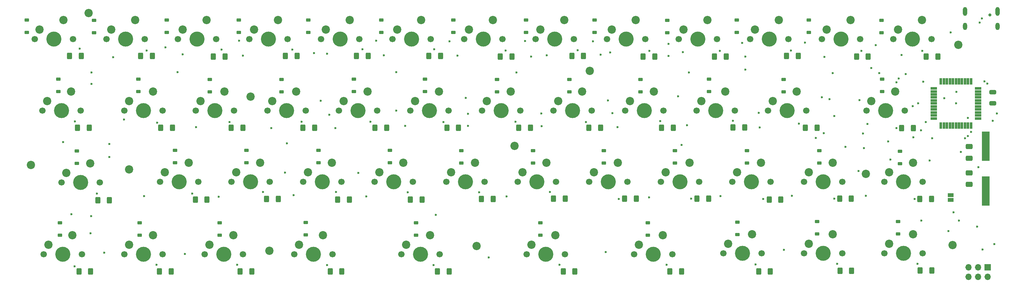
<source format=gbr>
%TF.GenerationSoftware,KiCad,Pcbnew,8.0.8-8.0.8-0~ubuntu24.04.1*%
%TF.CreationDate,2025-01-23T16:14:34-05:00*%
%TF.ProjectId,40 Keyboard,3430204b-6579-4626-9f61-72642e6b6963,4*%
%TF.SameCoordinates,Original*%
%TF.FileFunction,Soldermask,Bot*%
%TF.FilePolarity,Negative*%
%FSLAX46Y46*%
G04 Gerber Fmt 4.6, Leading zero omitted, Abs format (unit mm)*
G04 Created by KiCad (PCBNEW 8.0.8-8.0.8-0~ubuntu24.04.1) date 2025-01-23 16:14:34*
%MOMM*%
%LPD*%
G01*
G04 APERTURE LIST*
G04 Aperture macros list*
%AMRoundRect*
0 Rectangle with rounded corners*
0 $1 Rounding radius*
0 $2 $3 $4 $5 $6 $7 $8 $9 X,Y pos of 4 corners*
0 Add a 4 corners polygon primitive as box body*
4,1,4,$2,$3,$4,$5,$6,$7,$8,$9,$2,$3,0*
0 Add four circle primitives for the rounded corners*
1,1,$1+$1,$2,$3*
1,1,$1+$1,$4,$5*
1,1,$1+$1,$6,$7*
1,1,$1+$1,$8,$9*
0 Add four rect primitives between the rounded corners*
20,1,$1+$1,$2,$3,$4,$5,0*
20,1,$1+$1,$4,$5,$6,$7,0*
20,1,$1+$1,$6,$7,$8,$9,0*
20,1,$1+$1,$8,$9,$2,$3,0*%
G04 Aperture macros list end*
%ADD10C,1.700000*%
%ADD11C,4.000000*%
%ADD12C,2.200000*%
%ADD13O,1.152400X2.352400*%
%ADD14O,1.152400X1.952400*%
%ADD15R,1.700000X1.700000*%
%ADD16O,1.700000X1.700000*%
%ADD17RoundRect,0.225000X-0.375000X0.225000X-0.375000X-0.225000X0.375000X-0.225000X0.375000X0.225000X0*%
%ADD18RoundRect,0.250000X-0.400000X-0.625000X0.400000X-0.625000X0.400000X0.625000X-0.400000X0.625000X0*%
%ADD19RoundRect,0.250000X0.400000X0.625000X-0.400000X0.625000X-0.400000X-0.625000X0.400000X-0.625000X0*%
%ADD20RoundRect,0.225000X0.375000X-0.225000X0.375000X0.225000X-0.375000X0.225000X-0.375000X-0.225000X0*%
%ADD21R,2.000000X7.875000*%
%ADD22RoundRect,0.250000X-0.650000X0.412500X-0.650000X-0.412500X0.650000X-0.412500X0.650000X0.412500X0*%
%ADD23RoundRect,0.250000X0.650000X-0.325000X0.650000X0.325000X-0.650000X0.325000X-0.650000X-0.325000X0*%
%ADD24RoundRect,0.102000X0.750000X0.250000X-0.750000X0.250000X-0.750000X-0.250000X0.750000X-0.250000X0*%
%ADD25RoundRect,0.102000X0.250000X0.750000X-0.250000X0.750000X-0.250000X-0.750000X0.250000X-0.750000X0*%
%ADD26R,1.500000X1.000000*%
%ADD27RoundRect,0.250000X0.650000X-0.412500X0.650000X0.412500X-0.650000X0.412500X-0.650000X-0.412500X0*%
%ADD28C,0.600000*%
%ADD29C,0.800000*%
G04 APERTURE END LIST*
D10*
%TO.C,SW8*%
X153870000Y-78000000D03*
D11*
X158950000Y-78000000D03*
D10*
X164030000Y-78000000D03*
D12*
X161490000Y-72920000D03*
X155140000Y-75460000D03*
%TD*%
D10*
%TO.C,SW42*%
X179995000Y-135250000D03*
D11*
X185075000Y-135250000D03*
D10*
X190155000Y-135250000D03*
D12*
X187615000Y-130170000D03*
X181265000Y-132710000D03*
%TD*%
D10*
%TO.C,SW6*%
X115870000Y-78000000D03*
D11*
X120950000Y-78000000D03*
D10*
X126030000Y-78000000D03*
D12*
X123490000Y-72920000D03*
X117140000Y-75460000D03*
%TD*%
D10*
%TO.C,SW41*%
X118245000Y-135250000D03*
D11*
X123325000Y-135250000D03*
D10*
X128405000Y-135250000D03*
D12*
X125865000Y-130170000D03*
X119515000Y-132710000D03*
%TD*%
D10*
%TO.C,SW31*%
X149120000Y-116000000D03*
D11*
X154200000Y-116000000D03*
D10*
X159280000Y-116000000D03*
D12*
X156740000Y-110920000D03*
X150390000Y-113460000D03*
%TD*%
D10*
%TO.C,SW20*%
X158620000Y-97000000D03*
D11*
X163700000Y-97000000D03*
D10*
X168780000Y-97000000D03*
D12*
X166240000Y-91920000D03*
X159890000Y-94460000D03*
%TD*%
D10*
%TO.C,SW19*%
X139620000Y-97000000D03*
D11*
X144700000Y-97000000D03*
D10*
X149780000Y-97000000D03*
D12*
X147240000Y-91920000D03*
X140890000Y-94460000D03*
%TD*%
D10*
%TO.C,SW44*%
X248870000Y-78000000D03*
D11*
X253950000Y-78000000D03*
D10*
X259030000Y-78000000D03*
D12*
X256490000Y-72920000D03*
X250140000Y-75460000D03*
%TD*%
%TO.C,REF\u002A\u002A*%
X168300000Y-86400000D03*
%TD*%
D10*
%TO.C,SW24*%
X241745000Y-97000000D03*
D11*
X246825000Y-97000000D03*
D10*
X251905000Y-97000000D03*
D12*
X249365000Y-91920000D03*
X243015000Y-94460000D03*
%TD*%
D10*
%TO.C,SW21*%
X177620000Y-97000000D03*
D11*
X182700000Y-97000000D03*
D10*
X187780000Y-97000000D03*
D12*
X185240000Y-91920000D03*
X178890000Y-94460000D03*
%TD*%
D10*
%TO.C,SW34*%
X206120000Y-116000000D03*
D11*
X211200000Y-116000000D03*
D10*
X216280000Y-116000000D03*
D12*
X213740000Y-110920000D03*
X207390000Y-113460000D03*
%TD*%
D10*
%TO.C,SW15*%
X63620000Y-97000000D03*
D11*
X68700000Y-97000000D03*
D10*
X73780000Y-97000000D03*
D12*
X71240000Y-91920000D03*
X64890000Y-94460000D03*
%TD*%
D10*
%TO.C,SW13*%
X22920000Y-97000000D03*
D11*
X28000000Y-97000000D03*
D10*
X33080000Y-97000000D03*
D12*
X30540000Y-91920000D03*
X24190000Y-94460000D03*
%TD*%
D10*
%TO.C,SW12*%
X229870000Y-78000000D03*
D11*
X234950000Y-78000000D03*
D10*
X240030000Y-78000000D03*
D12*
X237490000Y-72920000D03*
X231140000Y-75460000D03*
%TD*%
%TO.C,REF\u002A\u002A*%
X78200000Y-93300000D03*
%TD*%
D10*
%TO.C,SW17*%
X101620000Y-97000000D03*
D11*
X106700000Y-97000000D03*
D10*
X111780000Y-97000000D03*
D12*
X109240000Y-91920000D03*
X102890000Y-94460000D03*
%TD*%
D10*
%TO.C,SW38*%
X44620000Y-135250000D03*
D11*
X49700000Y-135250000D03*
D10*
X54780000Y-135250000D03*
D12*
X52240000Y-130170000D03*
X45890000Y-132710000D03*
%TD*%
%TO.C,REF\u002A\u002A*%
X19800000Y-111500000D03*
%TD*%
D10*
%TO.C,SW46*%
X203745000Y-135000000D03*
D11*
X208825000Y-135000000D03*
D10*
X213905000Y-135000000D03*
D12*
X211365000Y-129920000D03*
X205015000Y-132460000D03*
%TD*%
D10*
%TO.C,SW45*%
X225120000Y-135000000D03*
D11*
X230200000Y-135000000D03*
D10*
X235280000Y-135000000D03*
D12*
X232740000Y-129920000D03*
X226390000Y-132460000D03*
%TD*%
D10*
%TO.C,SW35*%
X225120000Y-116000000D03*
D11*
X230200000Y-116000000D03*
D10*
X235280000Y-116000000D03*
D12*
X232740000Y-110920000D03*
X226390000Y-113460000D03*
%TD*%
D10*
%TO.C,SW48*%
X246495000Y-135000000D03*
D11*
X251575000Y-135000000D03*
D10*
X256655000Y-135000000D03*
D12*
X254115000Y-129920000D03*
X247765000Y-132460000D03*
%TD*%
D10*
%TO.C,SW39*%
X65995000Y-135250000D03*
D11*
X71075000Y-135250000D03*
D10*
X76155000Y-135250000D03*
D12*
X73615000Y-130170000D03*
X67265000Y-132710000D03*
%TD*%
%TO.C,REF\u002A\u002A*%
X241600000Y-113900000D03*
%TD*%
D10*
%TO.C,SW18*%
X120620000Y-97000000D03*
D11*
X125700000Y-97000000D03*
D10*
X130780000Y-97000000D03*
D12*
X128240000Y-91920000D03*
X121890000Y-94460000D03*
%TD*%
D10*
%TO.C,SW11*%
X210870000Y-78000000D03*
D11*
X215950000Y-78000000D03*
D10*
X221030000Y-78000000D03*
D12*
X218490000Y-72920000D03*
X212140000Y-75460000D03*
%TD*%
D10*
%TO.C,SW33*%
X187120000Y-116000000D03*
D11*
X192200000Y-116000000D03*
D10*
X197280000Y-116000000D03*
D12*
X194740000Y-110920000D03*
X188390000Y-113460000D03*
%TD*%
D10*
%TO.C,SW9*%
X172870000Y-78000000D03*
D11*
X177950000Y-78000000D03*
D10*
X183030000Y-78000000D03*
D12*
X180490000Y-72920000D03*
X174140000Y-75460000D03*
%TD*%
D10*
%TO.C,SW10*%
X191870000Y-78000000D03*
D11*
X196950000Y-78000000D03*
D10*
X202030000Y-78000000D03*
D12*
X199490000Y-72920000D03*
X193140000Y-75460000D03*
%TD*%
D10*
%TO.C,SW36*%
X246495000Y-116000000D03*
D11*
X251575000Y-116000000D03*
D10*
X256655000Y-116000000D03*
D12*
X254115000Y-110920000D03*
X247765000Y-113460000D03*
%TD*%
D10*
%TO.C,SW40*%
X89745000Y-135250000D03*
D11*
X94825000Y-135250000D03*
D10*
X99905000Y-135250000D03*
D12*
X97365000Y-130170000D03*
X91015000Y-132710000D03*
%TD*%
%TO.C,REF\u002A\u002A*%
X148300000Y-106400000D03*
%TD*%
D10*
%TO.C,SW5*%
X96870000Y-78000000D03*
D11*
X101950000Y-78000000D03*
D10*
X107030000Y-78000000D03*
D12*
X104490000Y-72920000D03*
X98140000Y-75460000D03*
%TD*%
D10*
%TO.C,SW14*%
X44620000Y-97025000D03*
D11*
X49700000Y-97025000D03*
D10*
X54780000Y-97025000D03*
D12*
X52240000Y-91945000D03*
X45890000Y-94485000D03*
%TD*%
D10*
%TO.C,SW32*%
X168120000Y-116000000D03*
D11*
X173200000Y-116000000D03*
D10*
X178280000Y-116000000D03*
D12*
X175740000Y-110920000D03*
X169390000Y-113460000D03*
%TD*%
%TO.C,REF\u002A\u002A*%
X83200000Y-134400000D03*
%TD*%
D10*
%TO.C,SW27*%
X73120000Y-116000000D03*
D11*
X78200000Y-116000000D03*
D10*
X83280000Y-116000000D03*
D12*
X80740000Y-110920000D03*
X74390000Y-113460000D03*
%TD*%
%TO.C,REF\u002A\u002A*%
X35200000Y-71000000D03*
%TD*%
D10*
%TO.C,SW7*%
X134870000Y-78000000D03*
D11*
X139950000Y-78000000D03*
D10*
X145030000Y-78000000D03*
D12*
X142490000Y-72920000D03*
X136140000Y-75460000D03*
%TD*%
D10*
%TO.C,SW29*%
X111120000Y-116000000D03*
D11*
X116200000Y-116000000D03*
D10*
X121280000Y-116000000D03*
D12*
X118740000Y-110920000D03*
X112390000Y-113460000D03*
%TD*%
%TO.C,REF\u002A\u002A*%
X266100000Y-79500000D03*
%TD*%
D10*
%TO.C,SW25*%
X27995000Y-116150000D03*
D11*
X33075000Y-116150000D03*
D10*
X38155000Y-116150000D03*
D12*
X35615000Y-111070000D03*
X29265000Y-113610000D03*
%TD*%
%TO.C,REF\u002A\u002A*%
X264600000Y-132800000D03*
%TD*%
D10*
%TO.C,SW2*%
X39870000Y-78000000D03*
D11*
X44950000Y-78000000D03*
D10*
X50030000Y-78000000D03*
D12*
X47490000Y-72920000D03*
X41140000Y-75460000D03*
%TD*%
D10*
%TO.C,SW28*%
X92120000Y-116000000D03*
D11*
X97200000Y-116000000D03*
D10*
X102280000Y-116000000D03*
D12*
X99740000Y-110920000D03*
X93390000Y-113460000D03*
%TD*%
D10*
%TO.C,SW23*%
X215620000Y-97000000D03*
D11*
X220700000Y-97000000D03*
D10*
X225780000Y-97000000D03*
D12*
X223240000Y-91920000D03*
X216890000Y-94460000D03*
%TD*%
D10*
%TO.C,SW3*%
X58870000Y-78000000D03*
D11*
X63950000Y-78000000D03*
D10*
X69030000Y-78000000D03*
D12*
X66490000Y-72920000D03*
X60140000Y-75460000D03*
%TD*%
D13*
%TO.C,J1*%
X276520000Y-70575000D03*
X267880000Y-70575000D03*
D14*
X276520000Y-74575000D03*
X267880000Y-74575000D03*
%TD*%
D10*
%TO.C,SW4*%
X77870000Y-78000000D03*
D11*
X82950000Y-78000000D03*
D10*
X88030000Y-78000000D03*
D12*
X85490000Y-72920000D03*
X79140000Y-75460000D03*
%TD*%
%TO.C,REF\u002A\u002A*%
X45900000Y-112700000D03*
%TD*%
D10*
%TO.C,SW22*%
X196620000Y-97000000D03*
D11*
X201700000Y-97000000D03*
D10*
X206780000Y-97000000D03*
D12*
X204240000Y-91920000D03*
X197890000Y-94460000D03*
%TD*%
D15*
%TO.C,U1*%
X273900000Y-138800000D03*
D16*
X273900000Y-141340000D03*
X271360000Y-138800000D03*
X271360000Y-141340000D03*
X268820000Y-138800000D03*
X268820000Y-141340000D03*
%TD*%
D12*
%TO.C,REF\u002A\u002A*%
X138200000Y-133100000D03*
%TD*%
D10*
%TO.C,SW1*%
X20870000Y-78000000D03*
D11*
X25950000Y-78000000D03*
D10*
X31030000Y-78000000D03*
D12*
X28490000Y-72920000D03*
X22140000Y-75460000D03*
%TD*%
D10*
%TO.C,SW43*%
X151495000Y-135250000D03*
D11*
X156575000Y-135250000D03*
D10*
X161655000Y-135250000D03*
D12*
X159115000Y-130170000D03*
X152765000Y-132710000D03*
%TD*%
D10*
%TO.C,SW16*%
X82620000Y-97000000D03*
D11*
X87700000Y-97000000D03*
D10*
X92780000Y-97000000D03*
D12*
X90240000Y-91920000D03*
X83890000Y-94460000D03*
%TD*%
D10*
%TO.C,SW30*%
X130120000Y-116000000D03*
D11*
X135200000Y-116000000D03*
D10*
X140280000Y-116000000D03*
D12*
X137740000Y-110920000D03*
X131390000Y-113460000D03*
%TD*%
D10*
%TO.C,SW37*%
X23245000Y-135250000D03*
D11*
X28325000Y-135250000D03*
D10*
X33405000Y-135250000D03*
D12*
X30865000Y-130170000D03*
X24515000Y-132710000D03*
%TD*%
D10*
%TO.C,SW26*%
X54120000Y-116000000D03*
D11*
X59200000Y-116000000D03*
D10*
X64280000Y-116000000D03*
D12*
X61740000Y-110920000D03*
X55390000Y-113460000D03*
%TD*%
D17*
%TO.C,D32*%
X153200000Y-107700000D03*
X153200000Y-111000000D03*
%TD*%
%TO.C,D37*%
X250600000Y-107900000D03*
X250600000Y-111200000D03*
%TD*%
D18*
%TO.C,R10*%
X182400000Y-82600000D03*
X185500000Y-82600000D03*
%TD*%
D17*
%TO.C,D25*%
X245900000Y-88600000D03*
X245900000Y-91900000D03*
%TD*%
%TO.C,D1*%
X250100000Y-126600000D03*
X250100000Y-129900000D03*
%TD*%
D19*
%TO.C,R25*%
X152500000Y-101600000D03*
X149400000Y-101600000D03*
%TD*%
D17*
%TO.C,D24*%
X219700000Y-88700000D03*
X219700000Y-92000000D03*
%TD*%
D19*
%TO.C,R30*%
X254200000Y-101700000D03*
X251100000Y-101700000D03*
%TD*%
D20*
%TO.C,D10*%
X169500000Y-76200000D03*
X169500000Y-72900000D03*
%TD*%
D19*
%TO.C,R49*%
X192600000Y-139900000D03*
X189500000Y-139900000D03*
%TD*%
D20*
%TO.C,D3*%
X36600000Y-76300000D03*
X36600000Y-73000000D03*
%TD*%
%TO.C,D6*%
X93500000Y-76200000D03*
X93500000Y-72900000D03*
%TD*%
D19*
%TO.C,R24*%
X133400000Y-101600000D03*
X130300000Y-101600000D03*
%TD*%
D20*
%TO.C,D9*%
X151300000Y-76200000D03*
X151300000Y-72900000D03*
%TD*%
D18*
%TO.C,R13*%
X239100000Y-82600000D03*
X242200000Y-82600000D03*
%TD*%
D21*
%TO.C,Y1*%
X273400000Y-106525000D03*
X273400000Y-118400000D03*
%TD*%
D17*
%TO.C,D47*%
X207500000Y-126700000D03*
X207500000Y-130000000D03*
%TD*%
%TO.C,D40*%
X70000000Y-126900000D03*
X70000000Y-130200000D03*
%TD*%
D18*
%TO.C,R5*%
X87400000Y-82500000D03*
X90500000Y-82500000D03*
%TD*%
D17*
%TO.C,D16*%
X67300000Y-88700000D03*
X67300000Y-92000000D03*
%TD*%
D19*
%TO.C,R39*%
X199800000Y-120500000D03*
X196700000Y-120500000D03*
%TD*%
D17*
%TO.C,D30*%
X115200000Y-107600000D03*
X115200000Y-110900000D03*
%TD*%
D18*
%TO.C,R9*%
X163500000Y-82500000D03*
X166600000Y-82500000D03*
%TD*%
D19*
%TO.C,R51*%
X237800000Y-139700000D03*
X234700000Y-139700000D03*
%TD*%
%TO.C,R15*%
X35300000Y-101600000D03*
X32200000Y-101600000D03*
%TD*%
D17*
%TO.C,D36*%
X229200000Y-107700000D03*
X229200000Y-111000000D03*
%TD*%
%TO.C,D39*%
X48700000Y-126900000D03*
X48700000Y-130200000D03*
%TD*%
%TO.C,D43*%
X183700000Y-126900000D03*
X183700000Y-130200000D03*
%TD*%
D19*
%TO.C,R21*%
X76100000Y-101600000D03*
X73000000Y-101600000D03*
%TD*%
D18*
%TO.C,R12*%
X220500000Y-82500000D03*
X223600000Y-82500000D03*
%TD*%
%TO.C,R4*%
X68300000Y-82600000D03*
X71400000Y-82600000D03*
%TD*%
D17*
%TO.C,D27*%
X58100000Y-107600000D03*
X58100000Y-110900000D03*
%TD*%
%TO.C,D18*%
X105600000Y-88600000D03*
X105600000Y-91900000D03*
%TD*%
D20*
%TO.C,D13*%
X226400000Y-76200000D03*
X226400000Y-72900000D03*
%TD*%
D18*
%TO.C,R2*%
X30100000Y-82500000D03*
X33200000Y-82500000D03*
%TD*%
%TO.C,R7*%
X125500000Y-82500000D03*
X128600000Y-82500000D03*
%TD*%
D20*
%TO.C,D5*%
X75000000Y-76200000D03*
X75000000Y-72900000D03*
%TD*%
%TO.C,D4*%
X55900000Y-76200000D03*
X55900000Y-72900000D03*
%TD*%
D18*
%TO.C,R11*%
X201400000Y-82600000D03*
X204500000Y-82600000D03*
%TD*%
D19*
%TO.C,R37*%
X161700000Y-120500000D03*
X158600000Y-120500000D03*
%TD*%
D22*
%TO.C,C6*%
X269000000Y-106600000D03*
X269000000Y-109725000D03*
%TD*%
D18*
%TO.C,R3*%
X49000000Y-82500000D03*
X52100000Y-82500000D03*
%TD*%
D17*
%TO.C,D38*%
X27500000Y-126900000D03*
X27500000Y-130200000D03*
%TD*%
%TO.C,D19*%
X124500000Y-88600000D03*
X124500000Y-91900000D03*
%TD*%
%TO.C,D28*%
X77100000Y-107600000D03*
X77100000Y-110900000D03*
%TD*%
D19*
%TO.C,R46*%
X102400000Y-139900000D03*
X99300000Y-139900000D03*
%TD*%
D18*
%TO.C,R6*%
X106300000Y-82500000D03*
X109400000Y-82500000D03*
%TD*%
D17*
%TO.C,D23*%
X199900000Y-88600000D03*
X199900000Y-91900000D03*
%TD*%
D19*
%TO.C,R50*%
X216200000Y-139900000D03*
X213100000Y-139900000D03*
%TD*%
%TO.C,R44*%
X57100000Y-139900000D03*
X54000000Y-139900000D03*
%TD*%
D17*
%TO.C,D42*%
X122100000Y-126900000D03*
X122100000Y-130200000D03*
%TD*%
D19*
%TO.C,R47*%
X130900000Y-139900000D03*
X127800000Y-139900000D03*
%TD*%
D23*
%TO.C,C7*%
X275300000Y-95100000D03*
X275300000Y-92150000D03*
%TD*%
D17*
%TO.C,D44*%
X155100000Y-126900000D03*
X155100000Y-130200000D03*
%TD*%
D19*
%TO.C,R40*%
X219000000Y-120700000D03*
X215900000Y-120700000D03*
%TD*%
D17*
%TO.C,D46*%
X228600000Y-126600000D03*
X228600000Y-129900000D03*
%TD*%
%TO.C,D29*%
X96200000Y-107600000D03*
X96200000Y-110900000D03*
%TD*%
D19*
%TO.C,R32*%
X66600000Y-120700000D03*
X63500000Y-120700000D03*
%TD*%
D17*
%TO.C,D31*%
X134100000Y-107700000D03*
X134100000Y-111000000D03*
%TD*%
%TO.C,D41*%
X92800000Y-126800000D03*
X92800000Y-130100000D03*
%TD*%
D19*
%TO.C,R42*%
X259000000Y-120600000D03*
X255900000Y-120600000D03*
%TD*%
%TO.C,R26*%
X171100000Y-101600000D03*
X168000000Y-101600000D03*
%TD*%
D20*
%TO.C,D2*%
X18700000Y-76200000D03*
X18700000Y-72900000D03*
%TD*%
D19*
%TO.C,R33*%
X85500000Y-120600000D03*
X82400000Y-120600000D03*
%TD*%
%TO.C,R1*%
X259100000Y-139600000D03*
X256000000Y-139600000D03*
%TD*%
%TO.C,R45*%
X78500000Y-139900000D03*
X75400000Y-139900000D03*
%TD*%
D17*
%TO.C,D35*%
X210000000Y-107700000D03*
X210000000Y-111000000D03*
%TD*%
%TO.C,D14*%
X27100000Y-88600000D03*
X27100000Y-91900000D03*
%TD*%
D19*
%TO.C,R38*%
X180600000Y-120500000D03*
X177500000Y-120500000D03*
%TD*%
D20*
%TO.C,D11*%
X188800000Y-76300000D03*
X188800000Y-73000000D03*
%TD*%
D19*
%TO.C,R34*%
X104400000Y-120700000D03*
X101300000Y-120700000D03*
%TD*%
D17*
%TO.C,D22*%
X181700000Y-88700000D03*
X181700000Y-92000000D03*
%TD*%
%TO.C,D33*%
X172000000Y-107700000D03*
X172000000Y-111000000D03*
%TD*%
D19*
%TO.C,R28*%
X209400000Y-101500000D03*
X206300000Y-101500000D03*
%TD*%
%TO.C,R31*%
X40700000Y-120900000D03*
X37600000Y-120900000D03*
%TD*%
D20*
%TO.C,D7*%
X112900000Y-76200000D03*
X112900000Y-72900000D03*
%TD*%
D19*
%TO.C,R22*%
X95200000Y-101600000D03*
X92100000Y-101600000D03*
%TD*%
%TO.C,R23*%
X114300000Y-101600000D03*
X111200000Y-101600000D03*
%TD*%
%TO.C,R41*%
X237700000Y-120500000D03*
X234600000Y-120500000D03*
%TD*%
D24*
%TO.C,U2*%
X271400000Y-91100000D03*
X271400000Y-91900000D03*
X271400000Y-92700000D03*
X271400000Y-93500000D03*
X271400000Y-94300000D03*
X271400000Y-95100000D03*
X271400000Y-95900000D03*
X271400000Y-96700000D03*
X271400000Y-97500000D03*
X271400000Y-98300000D03*
X271400000Y-99100000D03*
D25*
X269500000Y-101000000D03*
X268700000Y-101000000D03*
X267900000Y-101000000D03*
X267100000Y-101000000D03*
X266300000Y-101000000D03*
X265500000Y-101000000D03*
X264700000Y-101000000D03*
X263900000Y-101000000D03*
X263100000Y-101000000D03*
X262300000Y-101000000D03*
X261500000Y-101000000D03*
D24*
X259600000Y-99100000D03*
X259600000Y-98300000D03*
X259600000Y-97500000D03*
X259600000Y-96700000D03*
X259600000Y-95900000D03*
X259600000Y-95100000D03*
X259600000Y-94300000D03*
X259600000Y-93500000D03*
X259600000Y-92700000D03*
X259600000Y-91900000D03*
X259600000Y-91100000D03*
D25*
X261500000Y-89200000D03*
X262300000Y-89200000D03*
X263100000Y-89200000D03*
X263900000Y-89200000D03*
X264700000Y-89200000D03*
X265500000Y-89200000D03*
X266300000Y-89200000D03*
X267100000Y-89200000D03*
X267900000Y-89200000D03*
X268700000Y-89200000D03*
X269500000Y-89200000D03*
%TD*%
D17*
%TO.C,D17*%
X86400000Y-88700000D03*
X86400000Y-92000000D03*
%TD*%
%TO.C,D21*%
X162800000Y-88700000D03*
X162800000Y-92000000D03*
%TD*%
D18*
%TO.C,R8*%
X144500000Y-82600000D03*
X147600000Y-82600000D03*
%TD*%
D19*
%TO.C,R43*%
X35700000Y-139900000D03*
X32600000Y-139900000D03*
%TD*%
D20*
%TO.C,D45*%
X245700000Y-76300000D03*
X245700000Y-73000000D03*
%TD*%
%TO.C,D12*%
X207300000Y-76200000D03*
X207300000Y-72900000D03*
%TD*%
D26*
%TO.C,J5*%
X264100000Y-119500000D03*
X264100000Y-120800000D03*
%TD*%
D17*
%TO.C,D15*%
X48400000Y-88600000D03*
X48400000Y-91900000D03*
%TD*%
D19*
%TO.C,R48*%
X164300000Y-139900000D03*
X161200000Y-139900000D03*
%TD*%
%TO.C,R36*%
X142600000Y-120600000D03*
X139500000Y-120600000D03*
%TD*%
%TO.C,R35*%
X123700000Y-120700000D03*
X120600000Y-120700000D03*
%TD*%
D17*
%TO.C,D20*%
X143600000Y-88700000D03*
X143600000Y-92000000D03*
%TD*%
D20*
%TO.C,D8*%
X132000000Y-76200000D03*
X132000000Y-72900000D03*
%TD*%
D19*
%TO.C,R20*%
X57400000Y-101600000D03*
X54300000Y-101600000D03*
%TD*%
%TO.C,R29*%
X228600000Y-101600000D03*
X225500000Y-101600000D03*
%TD*%
D27*
%TO.C,C5*%
X269000000Y-116700000D03*
X269000000Y-113575000D03*
%TD*%
D19*
%TO.C,R14*%
X260700000Y-82600000D03*
X257600000Y-82600000D03*
%TD*%
D17*
%TO.C,D26*%
X32000000Y-107800000D03*
X32000000Y-111100000D03*
%TD*%
%TO.C,D34*%
X190900000Y-107700000D03*
X190900000Y-111000000D03*
%TD*%
D19*
%TO.C,R27*%
X190400000Y-101600000D03*
X187300000Y-101600000D03*
%TD*%
D28*
X267900000Y-104400000D03*
D29*
X274500000Y-71500000D03*
D28*
X264900000Y-124100000D03*
X194600000Y-86900000D03*
X148800000Y-86900000D03*
X39300000Y-134900000D03*
X264100000Y-76200000D03*
X233200000Y-98500000D03*
X98500000Y-81900000D03*
X58800000Y-86800000D03*
X87300000Y-113500000D03*
X127400000Y-124800000D03*
X60700000Y-135200000D03*
X265500000Y-95100000D03*
X271500000Y-112100000D03*
X266800000Y-108000000D03*
X244200000Y-79600000D03*
X106800000Y-113600000D03*
X96800000Y-94400000D03*
X141400000Y-136100000D03*
X28400000Y-105400000D03*
X193000000Y-81400000D03*
X135300000Y-93600000D03*
X271100000Y-127900000D03*
X225400000Y-78900000D03*
X116900000Y-86800000D03*
X55600000Y-80200000D03*
X156800000Y-82300000D03*
X259200000Y-104400000D03*
X87800000Y-105700000D03*
X265600000Y-92000000D03*
X173100000Y-94300000D03*
X172500000Y-134700000D03*
X239600000Y-113100000D03*
X30600000Y-124600000D03*
X236200000Y-106700000D03*
X219800000Y-134100000D03*
X173700000Y-81500000D03*
X268700000Y-99000000D03*
X268700000Y-103800000D03*
X272600000Y-134000000D03*
X262400000Y-93700000D03*
X275700000Y-132550000D03*
X276400000Y-97800000D03*
X275300000Y-99700000D03*
X256800000Y-89300000D03*
X256300000Y-126300000D03*
X251100000Y-82200000D03*
X252200000Y-87300000D03*
X256200000Y-102300000D03*
X258500000Y-110300000D03*
X95000000Y-81700000D03*
X108900000Y-119900000D03*
X248100000Y-110100000D03*
X99100000Y-98100000D03*
X257500000Y-100100000D03*
X100700000Y-101700000D03*
X229900000Y-93500000D03*
X131000000Y-78600000D03*
X135900000Y-97900000D03*
X146200000Y-119900000D03*
X133100000Y-82400000D03*
X239900000Y-94200000D03*
X135900000Y-101100000D03*
X111500000Y-78400000D03*
X116900000Y-97000000D03*
X119200000Y-101100000D03*
X113600000Y-82300000D03*
X247500000Y-105200000D03*
X231900000Y-94000000D03*
X41700000Y-82800000D03*
X44600000Y-99400000D03*
X49900000Y-119800000D03*
X60140000Y-82000000D03*
X69700000Y-120000000D03*
X63700000Y-101400000D03*
X263500000Y-129100000D03*
X266300000Y-126300000D03*
X75100000Y-78400000D03*
X83700000Y-101700000D03*
X76100000Y-82400000D03*
X89600000Y-119500000D03*
X151100000Y-78500000D03*
X155400000Y-97800000D03*
X155500000Y-101200000D03*
X152700000Y-82600000D03*
X254000000Y-95800000D03*
X228300000Y-104300000D03*
X174300000Y-97700000D03*
X254200000Y-104100000D03*
X171100000Y-82100000D03*
X255500000Y-95100000D03*
X169100000Y-78600000D03*
X184000000Y-120100000D03*
X192600000Y-106200000D03*
X175600000Y-101400000D03*
X241100000Y-107000000D03*
X249700000Y-89500000D03*
X203000000Y-119800000D03*
X191700000Y-93200000D03*
X194100000Y-100900000D03*
X243000000Y-85700000D03*
X189200000Y-82500000D03*
X209600000Y-86100000D03*
X189200000Y-79200000D03*
X221900000Y-119700000D03*
X208700000Y-79000000D03*
X250300000Y-88500000D03*
X213400000Y-101500000D03*
X213100000Y-97600000D03*
X232800000Y-87000000D03*
X245100000Y-87000000D03*
X209600000Y-82600000D03*
X241600000Y-119700000D03*
X269500000Y-102700000D03*
X242000000Y-100600000D03*
X230600000Y-82700000D03*
X272400000Y-72500000D03*
X271800000Y-73600000D03*
X273100000Y-89200000D03*
X273800000Y-89800000D03*
X32800000Y-80500000D03*
X50600000Y-81000000D03*
X255300000Y-137800000D03*
X70500000Y-80800000D03*
X89300000Y-80800000D03*
X107900000Y-80700000D03*
X126900000Y-80700000D03*
X145900000Y-81000000D03*
X165000000Y-80900000D03*
X184100000Y-81100000D03*
X202800000Y-81100000D03*
X221700000Y-81000000D03*
X240400000Y-81100000D03*
X256600000Y-81100000D03*
X31500000Y-99900000D03*
X53400000Y-100200000D03*
X72600000Y-100100000D03*
X91700000Y-100000000D03*
X110000000Y-100000000D03*
X129400000Y-100100000D03*
X148500000Y-100000000D03*
X167200000Y-100100000D03*
X187000000Y-99800000D03*
X206300000Y-99700000D03*
X223800000Y-100500000D03*
X249700000Y-101700000D03*
X37400000Y-119100000D03*
X62700000Y-119100000D03*
X81500000Y-118700000D03*
X100900000Y-118700000D03*
X119900000Y-118800000D03*
X138900000Y-118800000D03*
X157700000Y-118700000D03*
X176000000Y-120600000D03*
X195200000Y-120500000D03*
X214300000Y-120600000D03*
X233200000Y-120500000D03*
X254500000Y-120600000D03*
X31400000Y-138500000D03*
X53200000Y-138100000D03*
X74600000Y-138100000D03*
X98500000Y-138200000D03*
X126800000Y-138200000D03*
X160200000Y-138100000D03*
X188700000Y-138100000D03*
X212300000Y-138000000D03*
X234000000Y-137800000D03*
X35700000Y-129700000D03*
X40700000Y-105900000D03*
X230400000Y-103000000D03*
X40700000Y-109400000D03*
X35900000Y-86900000D03*
X240800000Y-103100000D03*
X35900000Y-89900000D03*
X35800000Y-125100000D03*
M02*

</source>
